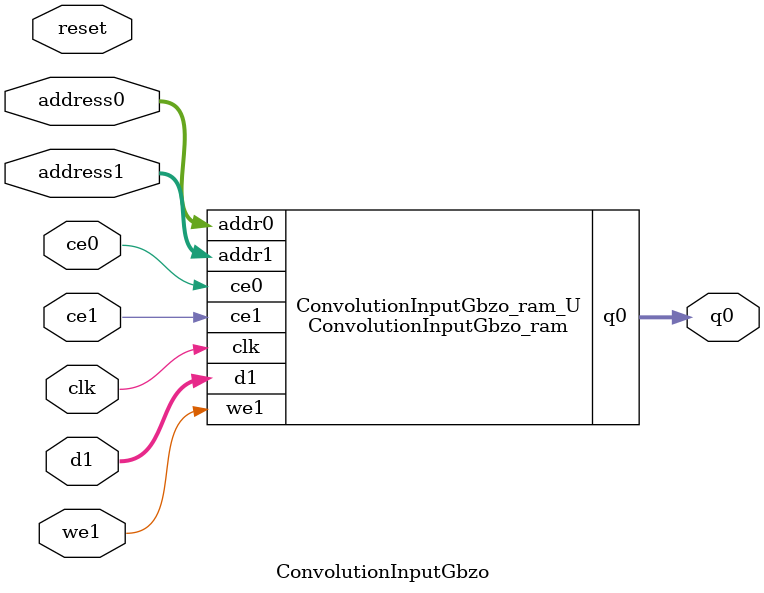
<source format=v>

`timescale 1 ns / 1 ps
module ConvolutionInputGbzo_ram (addr0, ce0, q0, addr1, ce1, d1, we1,  clk);

parameter DWIDTH = 64;
parameter AWIDTH = 6;
parameter MEM_SIZE = 48;

input[AWIDTH-1:0] addr0;
input ce0;
output reg[DWIDTH-1:0] q0;
input[AWIDTH-1:0] addr1;
input ce1;
input[DWIDTH-1:0] d1;
input we1;
input clk;

reg [DWIDTH-1:0] ram[0:MEM_SIZE-1];




always @(posedge clk)  
begin 
    if (ce0) 
    begin
            q0 <= ram[addr0];
    end
end


always @(posedge clk)  
begin 
    if (ce1) 
    begin
        if (we1) 
        begin 
            ram[addr1] <= d1; 
        end 
    end
end


endmodule


`timescale 1 ns / 1 ps
module ConvolutionInputGbzo(
    reset,
    clk,
    address0,
    ce0,
    q0,
    address1,
    ce1,
    we1,
    d1);

parameter DataWidth = 32'd64;
parameter AddressRange = 32'd48;
parameter AddressWidth = 32'd6;
input reset;
input clk;
input[AddressWidth - 1:0] address0;
input ce0;
output[DataWidth - 1:0] q0;
input[AddressWidth - 1:0] address1;
input ce1;
input we1;
input[DataWidth - 1:0] d1;



ConvolutionInputGbzo_ram ConvolutionInputGbzo_ram_U(
    .clk( clk ),
    .addr0( address0 ),
    .ce0( ce0 ),
    .q0( q0 ),
    .addr1( address1 ),
    .ce1( ce1 ),
    .we1( we1 ),
    .d1( d1 ));

endmodule


</source>
